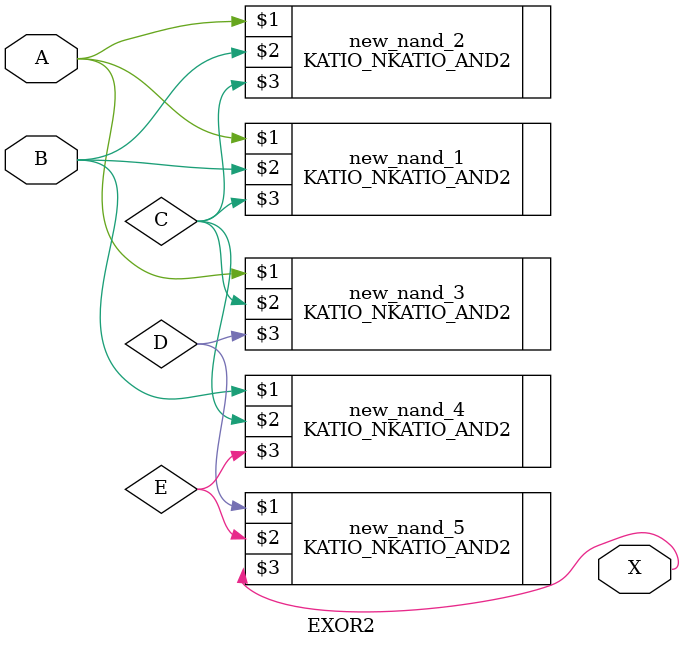
<source format=v>

module EXOR2 (
	input A,
	input B,
	output X );

	wire C;
	wire D;
	wire E;
	KATIO_NKATIO_AND2 new_nand_1 (A, B, C);
	KATIO_NKATIO_AND2 new_nand_2 (A, B, C);
	KATIO_NKATIO_AND2 new_nand_3 (A, C, D);
	KATIO_NKATIO_AND2 new_nand_4 (B, C, E);
	KATIO_NKATIO_AND2 new_nand_5 (D, E, X);

endmodule

</source>
